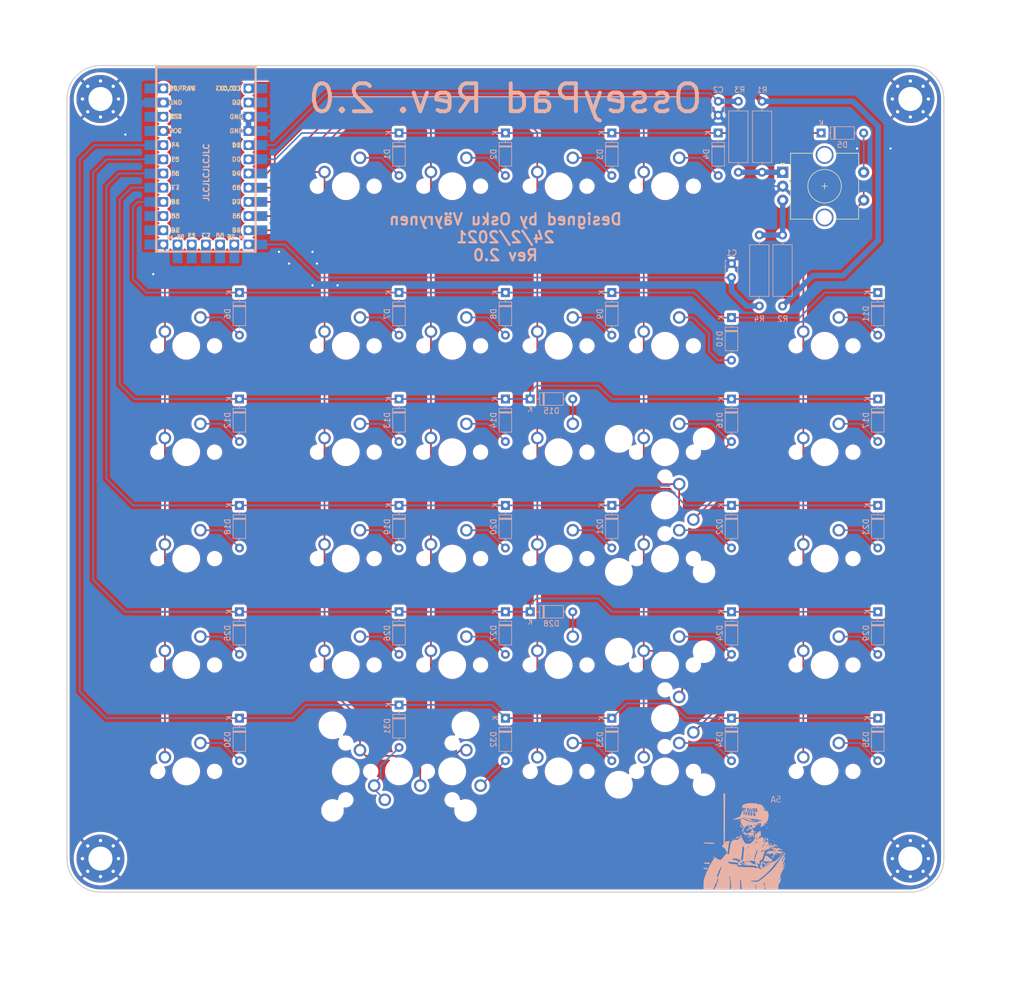
<source format=kicad_pcb>
(kicad_pcb (version 20210126) (generator pcbnew)
  (title_block (date "2021-01-03"))
  (layers (0 "F.Cu" mixed "F.Cu_ GND") (31 "B.Cu" mixed "B.Cu_GND") (34 "B.Paste" user) (35 "F.Paste" user) (36 "B.SilkS" user "B.Silkscreen") (37 "F.SilkS" user "F.Silkscreen") (38 "B.Mask" user) (39 "F.Mask" user) (44 "Edge.Cuts" user))
  (net 0 "")
  (net 1 "GND")
  (net 2 "ENC_1_B")
  (net 3 "ENC_1_A")
  (net 4 "Net-(D1-Pad2)")
  (net 5 "ROW0")
  (net 6 "Net-(D2-Pad2)")
  (net 7 "Net-(D3-Pad2)")
  (net 8 "Net-(D4-Pad2)")
  (net 9 "Net-(D5-Pad2)")
  (net 10 "Net-(D6-Pad2)")
  (net 11 "ROW1")
  (net 12 "Net-(D7-Pad2)")
  (net 13 "Net-(D8-Pad2)")
  (net 14 "Net-(D9-Pad2)")
  (net 15 "Net-(D11-Pad2)")
  (net 16 "Net-(D12-Pad2)")
  (net 17 "ROW2")
  (net 18 "Net-(D13-Pad2)")
  (net 19 "Net-(D14-Pad2)")
  (net 20 "Net-(D15-Pad2)")
  (net 21 "Net-(D17-Pad2)")
  (net 22 "Net-(D18-Pad2)")
  (net 23 "ROW3")
  (net 24 "Net-(D19-Pad2)")
  (net 25 "Net-(D20-Pad2)")
  (net 26 "Net-(D21-Pad2)")
  (net 27 "Net-(D23-Pad2)")
  (net 28 "ROW4")
  (net 29 "Net-(D25-Pad2)")
  (net 30 "Net-(D26-Pad2)")
  (net 31 "Net-(D27-Pad2)")
  (net 32 "Net-(D28-Pad2)")
  (net 33 "Net-(D29-Pad2)")
  (net 34 "Net-(D30-Pad2)")
  (net 35 "ROW5")
  (net 36 "ROW50")
  (net 37 "Net-(D32-Pad2)")
  (net 38 "Net-(D33-Pad2)")
  (net 39 "Net-(D34-Pad2)")
  (net 40 "Net-(D35-Pad2)")
  (net 41 "COL1")
  (net 42 "COL2")
  (net 43 "COL3")
  (net 44 "COL0")
  (net 45 "COL5")
  (net 46 "Net-(R1-Pad2)")
  (net 47 "Net-(R2-Pad2)")
  (net 48 "Net-(D22-Pad2)")
  (net 49 "Net-(D10-Pad2)")
  (net 50 "+5V")
  (net 51 "COL4")
  (net 52 "ROW2+")
  (net 53 "ROW4ENTER")
  (footprint "MountingHole:MountingHole_4.3mm_M4_Pad_Via" (layer "F.Cu") (at 87.045835 79.63935)
    (fp_text reference "H1")
    (fp_text value "MountingHole_Pad")
  )
  (footprint "MountingHole:MountingHole_4.3mm_M4_Pad_Via" (layer "F.Cu") (at 232.045715 79.63935)
    (fp_text reference "H2")
    (fp_text value "MountingHole_Pad")
  )
  (footprint "MountingHole:MountingHole_4.3mm_M4_Pad_Via" (layer "F.Cu") (at 87.045835 215.63795)
    (fp_text reference "H3")
    (fp_text value "MountingHole_Pad")
  )
  (footprint "MountingHole:MountingHole_4.3mm_M4_Pad_Via" (layer "F.Cu") (at 232.045715 215.63795)
    (fp_text reference "H4")
    (fp_text value "MountingHole_Pad")
  )
  (footprint "MX_Only:MXOnly-1U-NoLED_Edit1" (layer "F.Cu") (at 130.96875 95.25)
    (fp_text reference "MX1")
    (fp_text value "MX-NoLED")
  )
  (footprint "MX_Only:MXOnly-1U-NoLED_Edit1" (layer "F.Cu") (at 150.01875 95.25)
    (fp_text reference "MX2")
    (fp_text value "MX-NoLED")
  )
  (footprint "MX_Only:MXOnly-1U-NoLED_Edit1" (layer "F.Cu") (at 169.06875 95.25)
    (fp_text reference "MX3")
    (fp_text value "MX-NoLED")
  )
  (footprint "MX_Only:MXOnly-1U-NoLED_Edit1" (layer "F.Cu") (at 188.11875 95.25)
    (fp_text reference "MX4")
    (fp_text value "MX-NoLED")
  )
  (footprint "MX_Only:MXOnly-1U-NoLED_Edit1" (layer "F.Cu") (at 102.39375 123.825)
    (fp_text reference "MX5")
    (fp_text value "MX-NoLED")
  )
  (footprint "MX_Only:MXOnly-1U-NoLED_Edit1" (layer "F.Cu") (at 130.96875 123.825)
    (fp_text reference "MX6")
    (fp_text value "MX-NoLED")
  )
  (footprint "MX_Only:MXOnly-1U-NoLED_Edit1" (layer "F.Cu") (at 150.01875 123.825)
    (fp_text reference "MX7")
    (fp_text value "MX-NoLED")
  )
  (footprint "MX_Only:MXOnly-1U-NoLED_Edit1" (layer "F.Cu") (at 169.06875 123.825)
    (fp_text reference "MX8")
    (fp_text value "MX-NoLED")
  )
  (footprint "MX_Only:MXOnly-1U-NoLED_Edit1" (layer "F.Cu") (at 188.11875 123.825)
    (fp_text reference "MX9")
    (fp_text value "MX-NoLED")
  )
  (footprint "MX_Only:MXOnly-1U-NoLED_Edit1" (layer "F.Cu") (at 216.69375 123.825)
    (fp_text reference "MX10")
    (fp_text value "MX-NoLED")
  )
  (footprint "MX_Only:MXOnly-1U-NoLED_Edit1" (layer "F.Cu") (at 102.39375 142.875)
    (fp_text reference "MX11")
    (fp_text value "MX-NoLED")
  )
  (footprint "MX_Only:MXOnly-1U-NoLED_Edit1" (layer "F.Cu") (at 130.96875 142.875)
    (fp_text reference "MX12")
    (fp_text value "MX-NoLED")
  )
  (footprint "MX_Only:MXOnly-1U-NoLED_Edit1" (layer "F.Cu") (at 150.01875 142.875)
    (fp_text reference "MX13")
    (fp_text value "MX-NoLED")
  )
  (footprint "MX_Only:MXOnly-1U-NoLED_Edit1" (layer "F.Cu") (at 169.06875 142.875)
    (fp_text reference "MX14")
    (fp_text value "MX-NoLED")
  )
  (footprint "MX_Only:MXOnly-1U-NoLED_Edit1" (layer "F.Cu") (at 188.11875 142.875)
    (fp_text reference "MX15")
    (fp_text value "MX-NoLED")
  )
  (footprint "MX_Only:MXOnly-1U-NoLED_Edit1" (layer "F.Cu") (at 216.69375 142.875)
    (fp_text reference "MX16")
    (fp_text value "MX-NoLED")
  )
  (footprint "MX_Only:MXOnly-1U-NoLED_Edit1" (layer "F.Cu") (at 102.39375 161.925)
    (fp_text reference "MX17")
    (fp_text value "MX-NoLED")
  )
  (footprint "MX_Only:MXOnly-1U-NoLED_Edit1" (layer "F.Cu") (at 130.96875 161.925)
    (fp_text reference "MX18")
    (fp_text value "MX-NoLED")
  )
  (footprint "MX_Only:MXOnly-1U-NoLED_Edit1" (layer "F.Cu") (at 150.01875 161.925)
    (fp_text reference "MX19")
    (fp_text value "MX-NoLED")
  )
  (footprint "MX_Only:MXOnly-1U-NoLED_Edit1" (layer "F.Cu") (at 169.06875 161.925)
    (fp_text reference "MX20")
    (fp_text value "MX-NoLED")
  )
  (footprint "MX_Only:MXOnly-1U-NoLED_Edit1" (layer "F.Cu") (at 188.11875 161.925)
    (fp_text reference "MX21")
    (fp_text value "MX-NoLED")
  )
  (footprint "MX_Only:MXOnly-1U-NoLED_Edit1" (layer "F.Cu") (at 216.69375 161.925)
    (fp_text reference "MX22")
    (fp_text value "MX-NoLED")
  )
  (footprint "MX_Only:MXOnly-1U-NoLED_Edit1" (layer "F.Cu") (at 188.11875 180.975)
    (fp_text reference "MX23")
    (fp_text value "MX-NoLED")
  )
  (footprint "MX_Only:MXOnly-1U-NoLED_Edit1" (layer "F.Cu") (at 102.39375 180.975)
    (fp_text reference "MX24")
    (fp_text value "MX-NoLED")
  )
  (footprint "MX_Only:MXOnly-1U-NoLED_Edit1" (layer "F.Cu") (at 130.96875 180.975)
    (fp_text reference "MX25")
    (fp_text value "MX-NoLED")
  )
  (footprint "MX_Only:MXOnly-1U-NoLED_Edit1" (layer "F.Cu") (at 150.01875 180.975)
    (fp_text reference "MX26")
    (fp_text value "MX-NoLED")
  )
  (footprint "MX_Only:MXOnly-1U-NoLED_Edit1" (layer "F.Cu") (at 169.06875 180.975)
    (fp_text reference "MX27")
    (fp_text value "MX-NoLED")
  )
  (footprint "MX_Only:MXOnly-1U-NoLED_Edit1" (layer "F.Cu") (at 216.69375 180.975)
    (fp_text reference "MX28")
    (fp_text value "MX-NoLED")
  )
  (footprint "MX_Only:MXOnly-1U-NoLED_Edit1" (layer "F.Cu") (at 102.39375 200.025)
    (fp_text reference "MX29")
    (fp_text value "MX-NoLED")
  )
  (footprint "MX_Only:MXOnly-1U-NoLED_Edit1" (layer "F.Cu") (at 130.96875 200.025 -90)
    (fp_text reference "MX30")
    (fp_text value "MX-NoLED")
  )
  (footprint "MX_Only:MXOnly-1U-NoLED_Edit1" (layer "F.Cu") (at 150.01875 200.025 -90)
    (fp_text reference "MX31")
    (fp_text value "MX-NoLED")
  )
  (footprint "MX_Only:MXOnly-1U-NoLED_Edit1" (layer "F.Cu") (at 169.06875 200.025)
    (fp_text reference "MX32")
    (fp_text value "MX-NoLED")
  )
  (footprint "MX_Only:MXOnly-1U-NoLED_Edit1" (layer "F.Cu") (at 188.11875 200.025)
    (fp_text reference "MX33")
    (fp_text value "MX-NoLED")
  )
  (footprint "MX_Only:MXOnly-1U-NoLED_Edit1" (layer "F.Cu") (at 216.69375 200.025)
    (fp_text reference "MX34")
    (fp_text value "MX-NoLED")
  )
  (footprint "MX_Only:MXOnly-2U-NoLED" (layer "F.Cu") (at 188.11875 152.4 -90)
    (fp_text reference "MX35")
    (fp_text value "MX-NoLED")
  )
  (footprint "MX_Only:MXOnly-2U-NoLED" (layer "F.Cu") (at 188.11875 190.5 -90)
    (fp_text reference "MX36")
    (fp_text value "MX-NoLED")
  )
  (footprint "MX_Only:MXOnly-2U-NoLED" (layer "F.Cu") (at 140.49375 200.025 180)
    (fp_text reference "MX37")
    (fp_text value "MX-NoLED")
  )
  (footprint "OsseyPad:RotaryEncoder_Alps_EC11E-Switch_Vertical_H20mm_CircularMountingHoles_Edit1" (layer "F.Cu") (at 216.69375 95.25)
    (fp_text reference "SW1")
    (fp_text value "Rotary_Encoder_Switch")
  )
  (footprint "Capacitor_THT:C_Disc_D3.0mm_W2.0mm_P2.50mm" (layer "B.Cu") (at 200.025 111.6 90)
    (fp_text reference "C1")
    (fp_text value "0.1 uf")
  )
  (footprint "Capacitor_THT:C_Disc_D3.0mm_W2.0mm_P2.50mm" (layer "B.Cu") (at 197.65 80.05 -90)
    (fp_text reference "C2")
    (fp_text value "0.1 uf")
  )
  (footprint "Diode_THT:D_DO-35_SOD27_P7.62mm_Horizontal" (layer "B.Cu") (at 140.49375 85.725 -90)
    (fp_text reference "D1")
    (fp_text value "1N4148W")
  )
  (footprint "Diode_THT:D_DO-35_SOD27_P7.62mm_Horizontal" (layer "B.Cu") (at 159.54375 85.725 -90)
    (fp_text reference "D2")
    (fp_text value "1N4148W")
  )
  (footprint "Diode_THT:D_DO-35_SOD27_P7.62mm_Horizontal" (layer "B.Cu") (at 178.59375 85.725 -90)
    (fp_text reference "D3")
    (fp_text value "1N4148W")
  )
  (footprint "Diode_THT:D_DO-35_SOD27_P7.62mm_Horizontal" (layer "B.Cu") (at 197.64375 85.725 -90)
    (fp_text reference "D4")
    (fp_text value "1N4148W")
  )
  (footprint "Diode_THT:D_DO-35_SOD27_P7.62mm_Horizontal" (layer "B.Cu") (at 216.07 85.725)
    (fp_text reference "D5")
    (fp_text value "1N4148W")
  )
  (footprint "Diode_THT:D_DO-35_SOD27_P7.62mm_Horizontal" (layer "B.Cu") (at 111.91875 114.3 -90)
    (fp_text reference "D6")
    (fp_text value "1N4148W")
  )
  (footprint "Diode_THT:D_DO-35_SOD27_P7.62mm_Horizontal" (layer "B.Cu") (at 140.49375 114.3 -90)
    (fp_text reference "D7")
    (fp_text value "1N4148W")
  )
  (footprint "Diode_THT:D_DO-35_SOD27_P7.62mm_Horizontal" (layer "B.Cu") (at 159.54375 114.3 -90)
    (fp_text reference "D8")
    (fp_text value "1N4148W")
  )
  (footprint "Diode_THT:D_DO-35_SOD27_P7.62mm_Horizontal" (layer "B.Cu") (at 178.59375 114.3 -90)
    (fp_text reference "D9")
    (fp_text value "1N4148W")
  )
  (footprint "Diode_THT:D_DO-35_SOD27_P7.62mm_Horizontal" (layer "B.Cu") (at 200.025 118.78 -90)
    (fp_text reference "D10")
    (fp_text value "1N4148W")
  )
  (footprint "Diode_THT:D_DO-35_SOD27_P7.62mm_Horizontal" (layer "B.Cu") (at 226.21875 114.3 -90)
    (fp_text reference "D11")
    (fp_text value "1N4148W")
  )
  (footprint "Diode_THT:D_DO-35_SOD27_P7.62mm_Horizontal" (layer "B.Cu") (at 111.91875 133.35 -90)
    (fp_text reference "D12")
    (fp_text value "1N4148W")
  )
  (footprint "Diode_THT:D_DO-35_SOD27_P7.62mm_Horizontal" (layer "B.Cu") (at 140.49375 133.35 -90)
    (fp_text reference "D13")
    (fp_text value "1N4148W")
  )
  (footprint "Diode_THT:D_DO-35_SOD27_P7.62mm_Horizontal" (layer "B.Cu") (at 159.54375 133.35 -90)
    (fp_text reference "D14")
    (fp_text value "1N4148W")
  )
  (footprint "Diode_THT:D_DO-35_SOD27_P7.62mm_Horizontal" (layer "B.Cu") (at 163.98 133.35)
    (fp_text reference "D15")
    (fp_text value "1N4148W")
  )
  (footprint "Diode_THT:D_DO-35_SOD27_P7.62mm_Horizontal" (layer "B.Cu") (at 200.025 133.35 -90)
    (fp_text reference "D16")
    (fp_text value "1N4148W")
  )
  (footprint "Diode_THT:D_DO-35_SOD27_P7.62mm_Horizontal" (layer "B.Cu") (at 226.21875 133.35 -90)
    (fp_text reference "D17")
    (fp_text value "1N4148W")
  )
  (footprint "Diode_THT:D_DO-35_SOD27_P7.62mm_Horizontal" (layer "B.Cu") (at 111.91875 152.4 -90)
    (fp_text reference "D18")
    (fp_text value "1N4148W")
  )
  (footprint "Diode_THT:D_DO-35_SOD27_P7.62mm_Horizontal" (layer "B.Cu") (at 140.49375 152.4 -90)
    (fp_text reference "D19")
    (fp_text value "1N4148W")
  )
  (footprint "Diode_THT:D_DO-35_SOD27_P7.62mm_Horizontal" (layer "B.Cu") (at 159.54375 152.4 -90)
    (fp_text reference "D20")
    (fp_text value "1N4148W")
  )
  (footprint "Diode_THT:D_DO-35_SOD27_P7.62mm_Horizontal" (layer "B.Cu") (at 178.59375 152.4 -90)
    (fp_text reference "D21")
    (fp_text value "1N4148W")
  )
  (footprint "Diode_THT:D_DO-35_SOD27_P7.62mm_Horizontal" (layer "B.Cu") (at 200.025 152.4 -90)
    (fp_text reference "D22")
    (fp_text value "1N4148W")
  )
  (footprint "Diode_THT:D_DO-35_SOD27_P7.62mm_Horizontal" (layer "B.Cu") (at 226.21875 152.4 -90)
    (fp_text reference "D23")
    (fp_text value "1N4148W")
  )
  (footprint "Diode_THT:D_DO-35_SOD27_P7.62mm_Horizontal" (layer "B.Cu") (at 200.025 171.45 -90)
    (fp_text reference "D24")
    (fp_text value "1N4148W")
  )
  (footprint "Diode_THT:D_DO-35_SOD27_P7.62mm_Horizontal" (layer "B.Cu") (at 111.91875 171.45 -90)
    (fp_text reference "D25")
    (fp_text value "1N4148W")
  )
  (footprint "Diode_THT:D_DO-35_SOD27_P7.62mm_Horizontal" (layer "B.Cu") (at 140.49375 171.45 -90)
    (fp_text reference "D26")
    (fp_text value "1N4148W")
  )
  (footprint "Diode_THT:D_DO-35_SOD27_P7.62mm_Horizontal" (layer "B.Cu") (at 159.54375 171.45 -90)
    (fp_text reference "D27")
    (fp_text value "1N4148W")
  )
  (footprint "Diode_THT:D_DO-35_SOD27_P7.62mm_Horizontal" (layer "B.Cu") (at 226.21875 171.45 -90)
    (fp_text reference "D29")
    (fp_text value "1N4148W")
  )
  (footprint "Diode_THT:D_DO-35_SOD27_P7.62mm_Horizontal" (layer "B.Cu") (at 111.91875 190.5 -90)
    (fp_text reference "D30")
    (fp_text value "1N4148W")
  )
  (footprint "Diode_THT:D_DO-35_SOD27_P7.62mm_Horizontal" (layer "B.Cu") (at 140.5 188.125 -90)
    (fp_text reference "D31")
    (fp_text value "1N4148W")
  )
  (footprint "Diode_THT:D_DO-35_SOD27_P7.62mm_Horizontal" (layer "B.Cu") (at 159.54375 190.5 -90)
    (fp_text reference "D32")
    (fp_text value "1N4148W")
  )
  (footprint "Diode_THT:D_DO-35_SOD27_P7.62mm_Horizontal" (layer "B.Cu") (at 178.59375 190.5 -90)
    (fp_text reference "D33")
    (fp_text value "1N4148W")
  )
  (footprint "Diode_THT:D_DO-35_SOD27_P7.62mm_Horizontal" (layer "B.Cu") (at 200.025 190.5 -90)
    (fp_text reference "D34")
    (fp_text value "1N4148W")
  )
  (footprint "Diode_THT:D_DO-35_SOD27_P7.62mm_Horizontal" (layer "B.Cu") (at 226.21875 190.5 -90)
    (fp_text reference "D35")
    (fp_text value "1N4148W")
  )
  (footprint "Resistor_THT:R_Axial_DIN0309_L9.0mm_D3.2mm_P12.70mm_Horizontal" (layer "B.Cu") (at 205.5 80.05 -90)
    (fp_text reference "R1")
    (fp_text value "10K")
  )
  (footprint "Resistor_THT:R_Axial_DIN0309_L9.0mm_D3.2mm_P12.70mm_Horizontal" (layer "B.Cu") (at 209.17 116.7 90)
    (fp_text reference "R2")
    (fp_text value "10K")
  )
  (footprint "Resistor_THT:R_Axial_DIN0309_L9.0mm_D3.2mm_P12.70mm_Horizontal" (layer "B.Cu") (at 201.25 92.75 90)
    (fp_text reference "R3")
    (fp_text value "10K")
  )
  (footprint "Resistor_THT:R_Axial_DIN0309_L9.0mm_D3.2mm_P12.70mm_Horizontal" (layer "B.Cu") (at 205 104 -90)
    (fp_text reference "R4")
    (fp_text value "10K")
  )
  (footprint "Diode_THT:D_DO-35_SOD27_P7.62mm_Horizontal" (layer "B.Cu") (at 163.98 171.45)
    (fp_text reference "D28")
    (fp_text value "1N4148W")
  )
  (footprint "OsseyPad:HelloToHorse" (layer "B.Cu") (at 202.5 212.55 180)
    (fp_text reference "G***" hide)
    (fp_text value "LOGO" hide)
  )
  (footprint "OsseyPad:Elite-C-castellated-29pin-holes_Edit1" (layer "B.Cu") (at 105.923 91.7095 180)
    (fp_text reference "U1" hide)
    (fp_text value "Elite-C" hide)
  )
  (gr_line (start 232.045749 221.638912) (end 87.0458 221.638912) (layer "Edge.Cuts") (width 0.2))
  (gr_line (start 237.15975 76.50435) (end 237.39075 76.91635) (layer "Edge.Cuts") (width 0.2))
  (gr_line (start 238.02675 216.10885) (end 237.97175 216.575999) (layer "Edge.Cuts") (width 0.2))
  (gr_line (start 235.570749 220.49238) (end 235.17975 220.75284) (layer "Edge.Cuts") (width 0.2))
  (gr_line (start 84.32281 220.98435) (end 83.91078 220.75284) (layer "Edge.Cuts") (width 0.2))
  (gr_line (start 237.87875 78.23935) (end 237.97175 78.70035) (layer "Edge.Cuts") (width 0.2))
  (gr_line (start 87.0458 73.63935) (end 232.045749 73.63935) (layer "Edge.Cuts") (width 0.2))
  (gr_line (start 81.699023 76.91635) (end 81.930534 76.50435) (layer "Edge.Cuts") (width 0.2))
  (gr_line (start 233.89975 73.93235) (end 234.34175 74.09535) (layer "Edge.Cuts") (width 0.2))
  (gr_line (start 232.51575 73.65635) (end 232.98275 73.71235) (layer "Edge.Cuts") (width 0.2))
  (gr_line (start 237.15975 218.77259) (end 236.89975 219.16396) (layer "Edge.Cuts") (width 0.2))
  (gr_line (start 235.17975 220.75284) (end 234.76875 220.98435) (layer "Edge.Cuts") (width 0.2))
  (gr_line (start 82.80283 219.88054) (end 82.48313 219.53465) (layer "Edge.Cuts") (width 0.2))
  (gr_line (start 81.339356 77.78435) (end 81.501965 77.34235) (layer "Edge.Cuts") (width 0.2))
  (gr_line (start 235.570749 74.78435) (end 235.94175 75.07635) (layer "Edge.Cuts") (width 0.2))
  (gr_line (start 232.045749 73.63935) (end 232.51575 73.65635) (layer "Edge.Cuts") (width 0.2))
  (gr_line (start 83.91078 74.52335) (end 84.32281 74.29235) (layer "Edge.Cuts") (width 0.2))
  (gr_line (start 233.445749 221.472172) (end 232.98275 221.564501) (layer "Edge.Cuts") (width 0.2))
  (gr_line (start 236.60675 219.53465) (end 236.28775 219.88054) (layer "Edge.Cuts") (width 0.2))
  (gr_line (start 82.19099 76.11235) (end 82.48313 75.74135) (layer "Edge.Cuts") (width 0.2))
  (gr_line (start 82.19099 219.16396) (end 81.930534 218.77259) (layer "Edge.Cuts") (width 0.2))
  (gr_line (start 85.19096 73.93235) (end 85.64573 73.80435) (layer "Edge.Cuts") (width 0.2))
  (gr_line (start 82.48313 75.74135) (end 82.80283 75.39635) (layer "Edge.Cuts") (width 0.2))
  (gr_line (start 234.34175 74.09535) (end 234.76875 74.29235) (layer "Edge.Cuts") (width 0.2))
  (gr_line (start 237.87875 217.03902) (end 237.75075 217.49241) (layer "Edge.Cuts") (width 0.2))
  (gr_line (start 81.501965 77.34235) (end 81.699023 76.91635) (layer "Edge.Cuts") (width 0.2))
  (gr_line (start 237.75075 217.49241) (end 237.58875 217.93476) (layer "Edge.Cuts") (width 0.2))
  (gr_line (start 232.98275 73.71235) (end 233.445749 73.80435) (layer "Edge.Cuts") (width 0.2))
  (gr_line (start 87.0458 221.638912) (end 86.5759 221.619623) (layer "Edge.Cuts") (width 0.2))
  (gr_line (start 236.28775 75.39635) (end 236.60675 75.74135) (layer "Edge.Cuts") (width 0.2))
  (gr_line (start 81.211199 78.23935) (end 81.339356 77.78435) (layer "Edge.Cuts") (width 0.2))
  (gr_line (start 236.89975 219.16396) (end 236.60675 219.53465) (layer "Edge.Cuts") (width 0.2))
  (gr_line (start 84.32281 74.29235) (end 84.74861 74.09535) (layer "Edge.Cuts") (width 0.2))
  (gr_line (start 81.930534 218.77259) (end 81.699023 218.36194) (layer "Edge.Cuts") (width 0.2))
  (gr_line (start 236.60675 75.74135) (end 236.89975 76.11235) (layer "Edge.Cuts") (width 0.2))
  (gr_line (start 85.64573 221.472172) (end 85.19096 221.344015) (layer "Edge.Cuts") (width 0.2))
  (gr_line (start 85.19096 221.344015) (end 84.74861 221.181406) (layer "Edge.Cuts") (width 0.2))
  (gr_line (start 237.39075 76.91635) (end 237.58875 77.34235) (layer "Edge.Cuts") (width 0.2))
  (gr_line (start 81.118871 216.575999) (end 81.063749 216.10885) (layer "Edge.Cuts") (width 0.2))
  (gr_line (start 236.28775 219.88054) (end 235.94175 220.20024) (layer "Edge.Cuts") (width 0.2))
  (gr_line (start 82.80283 75.39635) (end 83.14872 75.07635) (layer "Edge.Cuts") (width 0.2))
  (gr_line (start 232.51575 221.619623) (end 232.045749 221.638912) (layer "Edge.Cuts") (width 0.2))
  (gr_line (start 81.045835 215.63895) (end 81.045835 79.63835) (layer "Edge.Cuts") (width 0.2))
  (gr_line (start 83.14872 220.20024) (end 82.80283 219.88054) (layer "Edge.Cuts") (width 0.2))
  (gr_line (start 86.5759 73.65635) (end 87.0458 73.63935) (layer "Edge.Cuts") (width 0.2))
  (gr_line (start 237.58875 77.34235) (end 237.75075 77.78435) (layer "Edge.Cuts") (width 0.2))
  (gr_line (start 85.64573 73.80435) (end 86.10737 73.71235) (layer "Edge.Cuts") (width 0.2))
  (gr_line (start 81.045835 79.63835) (end 81.063749 79.16935) (layer "Edge.Cuts") (width 0.2))
  (gr_line (start 81.699023 218.36194) (end 81.501965 217.93476) (layer "Edge.Cuts") (width 0.2))
  (gr_line (start 81.930534 76.50435) (end 82.19099 76.11235) (layer "Edge.Cuts") (width 0.2))
  (gr_line (start 82.48313 219.53465) (end 82.19099 219.16396) (layer "Edge.Cuts") (width 0.2))
  (gr_line (start 235.94175 75.07635) (end 236.28775 75.39635) (layer "Edge.Cuts") (width 0.2))
  (gr_line (start 86.5759 221.619623) (end 86.10737 221.564501) (layer "Edge.Cuts") (width 0.2))
  (gr_line (start 236.89975 76.11235) (end 237.15975 76.50435) (layer "Edge.Cuts") (width 0.2))
  (gr_line (start 81.063749 79.16935) (end 81.118871 78.70035) (layer "Edge.Cuts") (width 0.2))
  (gr_line (start 234.34175 221.181406) (end 233.89975 221.344015) (layer "Edge.Cuts") (width 0.2))
  (gr_line (start 81.118871 78.70035) (end 81.211199 78.23935) (layer "Edge.Cuts") (width 0.2))
  (gr_line (start 238.02675 79.16935) (end 238.04575 79.63835) (layer "Edge.Cuts") (width 0.2))
  (gr_line (start 235.17975 74.52335) (end 235.570749 74.78435) (layer "Edge.Cuts") (width 0.2))
  (gr_line (start 81.063749 216.10885) (end 81.045835 215.63895) (layer "Edge.Cuts") (width 0.2))
  (gr_line (start 234.76875 74.29235) (end 235.17975 74.52335) (layer "Edge.Cuts") (width 0.2))
  (gr_line (start 83.91078 220.75284) (end 83.51941 220.49238) (layer "Edge.Cuts") (width 0.2))
  (gr_line (start 237.75075 77.78435) (end 237.87875 78.23935) (layer "Edge.Cuts") (width 0.2))
  (gr_line (start 233.89975 221.344015) (end 233.445749 221.472172) (layer "Edge.Cuts") (width 0.2))
  (gr_line (start 84.74861 221.181406) (end 84.32281 220.98435) (layer "Edge.Cuts") (width 0.2))
  (gr_line (start 238.04575 79.63835) (end 238.04575 215.63895) (layer "Edge.Cuts") (width 0.2))
  (gr_line (start 83.51941 220.49238) (end 83.14872 220.20024) (layer "Edge.Cuts") (width 0.2))
  (gr_line (start 237.39075 218.36194) (end 237.15975 218.77259) (layer "Edge.Cuts") (width 0.2))
  (gr_line (start 83.14872 75.07635) (end 83.51941 74.78435) (layer "Edge.Cuts") (width 0.2))
  (gr_line (start 84.74861 74.09535) (end 85.19096 73.93235) (layer "Edge.Cuts") (width 0.2))
  (gr_line (start 237.58875 217.93476) (end 237.39075 218.36194) (layer "Edge.Cuts") (width 0.2))
  (gr_line (start 81.501965 217.93476) (end 81.339356 217.49241) (layer "Edge.Cuts") (width 0.2))
  (gr_line (start 235.94175 220.20024) (end 235.570749 220.49238) (layer "Edge.Cuts") (width 0.2))
  (gr_line (start 237.97175 216.575999) (end 237.87875 217.03902) (layer "Edge.Cuts") (width 0.2))
  (gr_line (start 83.51941 74.78435) (end 83.91078 74.52335) (layer "Edge.Cuts") (width 0.2))
  (gr_line (start 233.445749 73.80435) (end 233.89975 73.93235) (layer "Edge.Cuts") (width 0.2))
  (gr_line (start 234.76875 220.98435) (end 234.34175 221.181406) (layer "Edge.Cuts") (width 0.2))
  (gr_line (start 81.339356 217.49241) (end 81.211199 217.03902) (layer "Edge.Cuts") (width 0.2))
  (gr_line (start 237.97175 78.70035) (end 238.02675 79.16935) (layer "Edge.Cuts") (width 0.2))
  (gr_line (start 86.10737 221.564501) (end 85.64573 221.472172) (layer "Edge.Cuts") (width 0.2))
  (gr_line (start 86.10737 73.71235) (end 86.5759 73.65635) (layer "Edge.Cuts") (width 0.2))
  (gr_line (start 81.211199 217.03902) (end 81.118871 216.575999) (layer "Edge.Cuts") (width 0.2))
  (gr_line (start 238.04575 215.63895) (end 238.02675 216.10885) (layer "Edge.Cuts") (width 0.2))
  (gr_line (start 232.98275 221.564501) (end 232.51575 221.619623) (layer "Edge.Cuts") (width 0.2))
  (gr_text "JLCJLCJLCJLC" (at 106 92.8 90) (layer "B.SilkS") (effects (font (size 1 1) (thickness 0.25))))
  (gr_text "Designed by Osku Väyrynen\n24/2/2021\nRev 2.0\n" (at 159.55 104.4) (layer "B.SilkS") (effects (font (size 2 2) (thickness 0.4)) (justify mirror)))
  (gr_text "OsseyPad Rev. 2.0" (at 159.55 79.55) (layer "B.SilkS") (effects (font (size 5 5) (thickness 0.7)) (justify mirror)))
  (segment (start 91.5 107.5) (end 95 111) (width 1) (layer "F.Cu") (net 1))
  (segment (start 125.8 109.1) (end 120.8 109.1) (width 1) (layer "F.Cu") (net 1))
  (segment (start 95 111) (end 96.5 111) (width 1) (layer "F.Cu") (net 1))
  (segment (start 91.5 86) (end 91.5 107.5) (width 1) (layer "F.Cu") (net 1))
  (segment (start 222.5 88.5) (end 228.5 88.5) (width 1) (layer "F.Cu") (net 1))
  (via (at 119 107) (size 0.8) (drill 0.4) (layers "F.Cu" "B.Cu") (net 1))
  (via (at 222.5 88.5) (size 0.8) (drill 0.4) (layers "F.Cu" "B.Cu") (net 1))
  (via (at 129.5 113) (size 0.8) (drill 0.4) (layers "F.Cu" "B.Cu") (net 1))
  (via (at 125 107) (size 0.8) (drill 0.4) (layers "F.Cu" "B.Cu") (net 1))
  (via (at 120.8 109.1) (size 0.8) (drill 0.4) (layers "F.Cu" "B.Cu") (net 1))
  (via (at 125 113) (size 0.8) (drill 0.4) (layers "F.Cu" "B.Cu") (net 1))
  (via (at 228.5 88.5) (size 0.8) (drill 0.4) (layers "F.Cu" "B.Cu") (net 1))
  (via (at 125.8 109.1) (size 0.8) (drill 0.4) (layers "F.Cu" "B.Cu") (net 1))
  (via (at 91.5 86) (size 0.8) (drill 0.4) (layers "F.Cu" "B.Cu") (net 1))
  (via (at 96.5 111) (size 0.8) (drill 0.4) (layers "F.Cu" "B.Cu") (net 1))
  (segment (start 120.8 109.1) (end 118.9 111) (width 1) (layer "B.Cu") (net 1))
  (segment (start 200.025 109.1) (end 128.67 109.1) (width 1) (layer "B.Cu") (net 1))
  (segment (start 197.25 82.55) (end 198.05 82.55) (width 0.3) (layer "B.Cu") (net 1))
  (segment (start 118.9 111) (end 118 111) (width 1) (layer "B.Cu") (net 1))
  (segment (start 113.543 85.3595) (end 113.543 82.8195) (width 1) (layer "B.Cu") (net 1))
  (segment (start 102.3295 80.2795) (end 98.303 80.2795) (width 1) (layer "B.Cu") (net 1))
  (segment (start 199.5 84) (end 199.5 95.15) (width 0.3) (layer "B.Cu") (net 1))
  (segment (start 209.19375 95.25) (end 199.6 95.25) (width 0.3) (layer "B.Cu") (net 1))
  (segment (start 128.67 109.1) (end 125.8 109.1) (width 1) (layer "B.Cu") (net 1))
  (segment (start 198.05 82.55) (end 197.65 82.55) (width 0.3) (layer "B.Cu") (net 1))
  (segment (start 94.6205 80.2795) (end 97.053 80.2795) (width 1) (layer "B.Cu") (net 1))
  (segment (start 199.5 84) (end 198.05 82.55) (width 0.3) (layer "B.Cu") (net 1))
  (segment (start 91.5 83.4) (end 94.6205 80.2795) (width 1) (layer "B.Cu") (net 1))
  (segment (start 118.9 111) (end 96.5 111) (width 1) (layer "B.Cu") (net 1))
  (segment (start 199.5 95.15) (end 199.5 103) (width 0.3) (layer "B.Cu") (net 1))
  (segment (start 199.6 95.25) (end 199.5 95.15) (width 0.3) (layer "B.Cu") (net 1))
  (segment (start 113.543 82.8195) (end 104.8695 82.8195) (width 1) (layer "B.Cu") (net 1))
  (segment (start 91.5 86) (end 91.5 83.4) (width 1) (layer "B.Cu") (net 1))
  (segment (start 104.8695 82.8195) (end 102.3295 80.2795) (width 1) (layer "B.Cu") (net 1))
  (segment (start 205 116.7) (end 202.74 116.7) (width 1) (layer "B.Cu") (net 2))
  (segment (start 202.74 116.7) (end 200.025 113.985) (width 1) (layer "B.Cu") (net 2))
  (segment (start 200.025 113.985) (end 200.025 111.6) (width 1) (layer "B.Cu") (net 2))
  (segment (start 120.0795 105.6795) (end 125.45 111.05) (width 0.3) (layer "B.Cu") (net 2))
  (segment (start 200.025 111.6) (end 126 111.6) (width 0.3) (layer "B.Cu") (net 2))
  (segment (start 126 111.6) (end 125.45 111.05) (width 0.3) (layer "B.Cu") (net 2))
  (segment (start 114.793 105.6795) (end 120.0795 105.6795) (width 0.3) (layer "B.Cu") (net 2))
  (segment (start 118.2005 87.8995) (end 114.793 87.8995) (width 0.3) (layer "B.Cu") (net 3))
  (segment (start 196.23 78.63) (end 195.83 78.63) (width 0.3) (layer "B.Cu") (net 3))
  (segment (start 196.23 78.63) (end 127.47 78.63) (width 0.3) (layer "B.Cu") (net 3))
  (segment (start 201.25 80.05) (end 197.65 80.05) (width 1) (layer "B.Cu") (net 3))
  (segment (start 197.65 80.05) (end 196.23 78.63) (width 0.3) (layer "B.Cu") (net 3))
  (segment (start 127.47 78.63) (end 118.2005 87.8995) (width 0.3) (layer "B.Cu") (net 3))
  (segment (start 137.31875 90.17) (end 140.49375 93.345) (width 0.3) (layer "B.Cu") (net 4))
  (segment (start 133.50875 90.17) (end 137.31875 90.17) (width 0.3) (layer "B.Cu") (net 4))
  (segment (start 216.07 85.725) (end 197.64375 85.725) (width 0.3) (layer "F.Cu") (net 5))
  (segment (start 118.3605 90.4395) (end 123.075 85.725) (width 0.3) (layer "B.Cu") (net 5))
  (segment (start 140.49375 85.725) (end 159.54375 85.725) (width 0.3) (layer "B.Cu") (net 5))
  (segment (start 159.54375 85.725) (end 178.59375 85.725) (width 0.3) (layer "B.Cu") (net 5))
  (segment (start 123.075 85.725) (end 140.49375 85.725) (width 0.3) (layer "B.Cu") (net 5))
  (segment (start 178.59375 85.725) (end 197.64375 85.725) (width 0.3) (layer "B.Cu") (net 5))
  (segment (start 114.793 90.4395) (end 118.3605 90.4395) (width 0.3) (layer "B.Cu") (net 5))
  (segment (start 152.55875 90.17) (end 156.36875 90.17) (width 0.3) (layer "B.Cu") (net 6))
  (segment (start 156.36875 90.17) (end 159.54375 93.345) (width 0.3) (layer "B.Cu") (net 6))
  (segment (start 175.41875 90.17) (end 178.59375 93.345) (width 0.3) (layer "B.Cu") (net 7))
  (segment (start 171.60875 90.17) (end 175.41875 90.17) (width 0.3) (layer "B.Cu") (net 7))
  (segment (start 190.65875 90.17) (end 194.46875 90.17) (width 0.3) (layer "B.Cu") (net 8))
  (segment (start 194.46875 90.17) (end 197.64375 93.345) (width 0.3) (layer "B.Cu") (net 8))
  (segment (start 223.69375 85.72875) (end 223.69 85.725) (width 0.3) (layer "B.Cu") (net 9))
  (segment (start 223.69375 92.75) (end 223.69375 85.72875) (width 0.3) (layer "B.Cu") (net 9))
  (segment (start 104.93375 118.745) (end 108.74375 118.745) (width 0.3) (layer "B.Cu") (net 10))
  (segment (start 108.74375 118.745) (end 111.91875 121.92) (width 0.3) (layer "B.Cu") (net 10))
  (segment (start 111.91875 114.3) (end 140.49375 114.3) (width 0.3) (layer "B.Cu") (net 11))
  (segment (start 216.7 114.3) (end 226.21875 114.3) (width 0.3) (layer "B.Cu") (net 11))
  (segment (start 140.49375 114.3) (end 159.54375 114.3) (width 0.3) (layer "B.Cu") (net 11))
  (segment (start 178.59375 114.3) (end 192.5 114.3) (width 0.3) (layer "B.Cu") (net 11))
  (segment (start 197.78 118.78) (end 193.3 114.3) (width 0.3) (layer "B.Cu") (net 11))
  (segment (start 93.7405 98.0595) (end 97.053 98.0595) (width 0.3) (layer "B.Cu") (net 11))
  (segment (start 159.54375 114.3) (end 178.59375 114.3) (width 0.3) (layer "B.Cu") (net 11))
  (segment (start 200.025 118.78) (end 197.78 118.78) (width 0.3) (layer "B.Cu") (net 11))
  (segment (start 111.91875 114.3) (end 95.25 114.3) (width 0.3) (layer "B.Cu") (net 11))
  (segment (start 212.22 118.78) (end 216.7 114.3) (width 0.3) (layer "B.Cu") (net 11))
  (segment (start 92.86875 98.93125) (end 93.7405 98.0595) (width 0.3) (layer "B.Cu") (net 11))
  (segment (start 200.025 118.78) (end 212.22 118.78) (width 0.3) (layer "B.Cu") (net 11))
  (segment (start 92.86875 111.91875) (end 92.86875 98.93125) (width 0.3) (layer "B.Cu") (net 11))
  (segment (start 193.3 114.3) (end 192.5 114.3) (width 0.3) (layer "B.Cu") (net 11))
  (segment (start 96.652 97.802) (end 95.07925 97.802) (width 0.3) (layer "B.Cu") (net 11))
  (segment (start 95.25 114.3) (end 92.86875 111.91875) (width 0.3) (layer "B.Cu") (net 11))
  (segment (start 133.50875 118.745) (end 137.31875 118.745) (width 0.3) (layer "B.Cu") (net 12))
  (segment (start 137.31875 118.745) (end 140.49375 121.92) (width 0.3) (layer "B.Cu") (net 12))
  (segment (start 156.36875 118.745) (end 159.54375 121.92) (width 0.3) (layer "B.Cu") (net 13))
  (segment (start 152.55875 118.745) (end 156.36875 118.745) (width 0.3) (layer "B.Cu") (net 13))
  (segment (start 171.60875 118.745) (end 175.41875 118.745) (width 0.3) (layer "B.Cu") (net 14))
  (segment (start 175.41875 118.745) (end 178.59375 121.92) (width 0.3) (layer "B.Cu") (net 14))
  (segment (start 223.04375 118.745) (end 226.21875 121.92) (width 0.3) (layer "B.Cu") (net 15))
  (segment (start 219.23375 118.745) (end 223.04375 118.745) (width 0.3) (layer "B.Cu") (net 15))
  (segment (start 104.93375 137.795) (end 108.74375 137.795) (width 0.3) (layer "B.Cu") (net 16))
  (segment (start 108.74375 137.795) (end 111.91875 140.97) (width 0.3) (layer "B.Cu") (net 16))
  (segment (start 165.11125 130.96875) (end 165.25125 130.96875) (width 0.3) (layer "B.Cu") (net 17))
  (segment (start 163.98 132.1) (end 165.11125 130.96875) (width 0.3) (layer "B.Cu") (net 17))
  (segment (start 163.98 133.35) (end 159.54375 133.35) (width 0.3) (layer "B.Cu") (net 17))
  (segment (start 97.053 95.5195) (end 92.59925 95.5195) (width 0.3) (layer "B.Cu") (net 17))
  (segment (start 92.59925 95.5195) (end 90.4875 97.63125) (width 0.3) (layer "B.Cu") (net 17))
  (segment (start 90.4875 130.7175) (end 93.12 133.35) (width 0.3) (layer "B.Cu") (net 17))
  (segment (start 90.4875 97.63125) (end 90.4875 130.7175) (width 0.3) (layer "B.Cu") (net 17))
  (segment (start 93.12 133.35) (end 111.91875 133.35) (width 0.3) (layer "B.Cu") (net 17))
  (segment (start 178.59375 133.35) (end 200.025 133.35) (width 0.3) (layer "B.Cu") (net 17))
  (segment (start 140.49375 133.35) (end 159.54375 133.35) (width 0.3) (layer "B.Cu") (net 17))
  (segment (start 165.25125 130.96875) (end 176.2125 130.96875) (width 0.3) (layer "B.Cu") (net 17))
  (segment (start 163.98 133.35) (end 163.98 132.1) (width 0.3) (layer "B.Cu") (net 17))
  (segment (start 200.025 133.35) (end 226.21875 133.35) (width 0.3) (layer "B.Cu") (net 17))
  (segment (start 176.2125 130.96875) (end 178.59375 133.35) (width 0.3) (layer "B.Cu") (net 17))
  (segment (start 111.91875 133.35) (end 140.49375 133.35) (width 0.3) (layer "B.Cu") (net 17))
  (segment (start 133.50875 137.795) (end 137.31875 137.795) (width 0.3) (layer "B.Cu") (net 18))
  (segment (start 137.31875 137.795) (end 140.49375 140.97) (width 0.3) (layer "B.Cu") (net 18))
  (segment (start 152.55875 137.795) (end 156.36875 137.795) (width 0.3) (layer "B.Cu") (net 19))
  (segment (start 156.36875 137.795) (end 159.54375 140.97) (width 0.3) (layer "B.Cu") (net 19))
  (segment (start 171.60875 133.985) (end 170.97375 133.35) (width 0.3) (layer "B.Cu") (net 20))
  (segment (start 171.60875 137.795) (end 171.60875 133.35875) (width 0.3) (layer "B.Cu") (net 20))
  (segment (start 171.60875 133.50875) (end 171.45 133.35) (width 0.3) (layer "B.Cu") (net 20))
  (segment (start 171.60875 133.35875) (end 171.6 133.35) (width 0.3) (layer "B.Cu") (net 20))
  (segment (start 219.23375 137.795) (end 223.04375 137.795) (width 0.3) (layer "B.Cu") (net 21))
  (segment (start 223.04375 137.795) (end 226.21875 140.97) (width 0.3) (layer "B.Cu") (net 21))
  (segment (start 104.93375 156.845) (end 108.74375 156.845) (width 0.3) (layer "B.Cu") (net 22))
  (segment (start 108.74375 156.845) (end 111.91875 160.02) (width 0.3) (layer "B.Cu") (net 22))
  (segment (start 92.86875 152.4) (end 111.91875 152.4) (width 0.3) (layer "B.Cu") (net 23))
  (segment (start 97.053 92.9795) (end 90.37675 92.9795) (width 0.3) (layer "B.Cu") (net 23))
  (segment (start 191.825 152.4) (end 200.025 152.4) (width 0.3) (layer "B.Cu") (net 23))
  (segment (start 90.37675 92.9795) (end 88.10625 95.25) (width 0.3) (layer "B.Cu") (net 23))
  (segment (start 183.1 149.725) (end 189.15 149.725) (width 0.3) (layer "B.Cu") (net 23))
  (segment (start 88.10625 95.25) (end 88.10625 147.6375) (width 0.3) (layer "B.Cu") (net 23))
  (segment (start 178.59375 152.4) (end 180.425 152.4) (width 0.3) (layer "B.Cu") (net 23))
  (segment (start 189.15 149.725) (end 191.825 152.4) (width 0.3) (layer "B.Cu") (net 23))
  (segment (start 88.10625 147.6375) (end 92.86875 152.4) (width 0.3) (layer "B.Cu") (net 23))
  (segment (start 111.91875 152.4) (end 140.49375 152.4) (width 0.3) (layer "B.Cu") (net 23))
  (segment (start 178.59375 152.4) (end 159.54375 152.4) (width 0.3) (layer "B.Cu") (net 23))
  (segment (start 140.49375 152.4) (end 159.54375 152.4) (width 0.3) (layer "B.Cu") (net 23))
  (segment (start 180.425 152.4) (end 183.1 149.725) (width 0.3) (layer "B.Cu") (net 23))
  (segment (start 226.21875 152.4) (end 200.025 152.4) (width 0.3) (layer "B.Cu") (net 23))
  (segment (start 137.31875 156.845) (end 140.49375 160.02) (width 0.3) (layer "B.Cu") (net 24))
  (segment (start 133.50875 156.845) (end 137.31875 156.845) (width 0.3) (layer "B.Cu") (net 24))
  (segment (start 156.36875 156.845) (end 159.54375 160.02) (width 0.3) (layer "B.Cu") (net 25))
  (segment (start 152.55875 156.845) (end 156.36875 156.845) (width 0.3) (layer "B.Cu") (net 25))
  (segment (start 175.41875 156.845) (end 178.59375 160.02) (width 0.3) (layer "B.Cu") (net 26))
  (segment (start 171.60875 156.845) (end 175.41875 156.845) (width 0.3) (layer "B.Cu") (net 26))
  (segment (start 219.23375 156.845) (end 223.04375 156.845) (width 0.3) (layer "B.Cu") (net 27))
  (segment (start 223.04375 156.845) (end 226.21875 160.02) (width 0.3) (layer "B.Cu") (net 27))
  (segment (start 163.98 171.45) (end 163.98 170.2) (width 0.3) (layer "B.Cu") (net 28))
  (segment (start 140.49375 171.45) (end 111.91875 171.45) (width 0.3) (layer "B.Cu") (net 28))
  (segment (start 85.725 165.725) (end 91.45 171.45) (width 0.3) (layer "B.Cu") (net 28))
  (segment (start 85.725 92.86875) (end 85.725 165.725) (width 0.3) (layer "B.Cu") (net 28))
  (segment (start 226.21875 171.45) (end 200.025 171.45) (width 0.3) (layer "B.Cu") (net 28))
  (segment (start 159.54375 171.45) (end 140.49375 171.45) (width 0.3) (layer "B.Cu") (net 28))
  (segment (start 176.2125 169.06875) (end 165.21875 169.06875) (width 0.3) (layer "B.Cu") (net 28))
  (segment (start 200.025 171.45) (end 178.59375 171.45) (width 0.3) (layer "B.Cu") (net 28))
  (segment (start 163.98 171.45) (end 159.54375 171.45) (width 0.3) (layer "B.Cu") (net 28))
  (segment (start 91.45 171.45) (end 93.08 171.45) (width 0.3) (layer "B.Cu") (net 28))
  (segment (start 111.91875 171.45) (end 93.08 171.45) (width 0.35) (layer "B.Cu") (net 28))
  (segment (start 165.11125 169.06875) (end 165.21875 169.06875) (width 0.3) (layer "B.Cu") (net 28))
  (segment (start 97.053 90.4395) (end 88.15425 90.4395) (width 0.3) (layer "B.Cu") (net 28))
  (segment (start 163.98 170.2) (end 165.11125 169.06875) (width 0.3) (layer "B.Cu") (net 28))
  (segment (start 88.15425 90.4395) (end 85.725 92.86875) (width 0.3) (layer "B.Cu") (net 28))
  (segment (start 178.59375 171.45) (end 176.2125 169.06875) (width 0.3) (layer "B.Cu") (net 28))
  (segment (start 104.93375 175.895) (end 108.74375 175.895) (width 0.3) (layer "B.Cu") (net 29))
  (segment (start 108.74375 175.895) (end 111.91875 179.07) (width 0.3) (layer "B.Cu") (net 29))
  (segment (start 133.50875 175.895) (end 137.31875 175.895) (width 0.3) (layer "B.Cu") (net 30))
  (segment (start 137.31875 175.895) (end 140.49375 179.07) (width 0.3) (layer "B.Cu") (net 30))
  (segment (start 156.36875 175.895) (end 159.54375 179.07) (width 0.3) (layer "B.Cu") (net 31))
  (segment (start 152.55875 175.895) (end 156.36875 175.895) (width 0.3) (layer "B.Cu") (net 31))
  (segment (start 171.60875 171.44875) (end 171.6 171.44) (width 0.3) (layer "B.Cu") (net 32))
  (segment (start 171.60875 171.45875) (end 171.6 171.45) (width 0.3) (layer "B.Cu") (net 32))
  (segment (start 171.60875 175.895) (end 171.60875 171.45875) (width 0.3) (layer "B.Cu") (net 32))
  (segment (start 219.23375 175.895) (end 223.04375 175.895) (width 0.3) (layer "B.Cu") (net 33))
  (segment (start 223.04375 175.895) (end 226.21875 179.07) (width 0.3) (layer "B.Cu") (net 33))
  (segment (start 108.74375 194.945) (end 111.91875 198.12) (width 0.3) (layer "B.Cu") (net 34))
  (segment (start 104.93375 194.945) (end 108.74375 194.945) (width 0.3) (layer "B.Cu") (net 34))
  (segment (start 226.21875 190.5) (end 200.025 190.5) (width 0.3) (layer "B.Cu") (net 35))
  (segment (start 83.34375 90.4875) (end 83.34375 185.7375) (width 0.3) (layer "B.Cu") (net 35))
  (segment (start 88.10625 190.5) (end 111.91875 190.5) (width 0.3) (layer "B.Cu") (net 35))
  (segment (start 200.025 190.5) (end 191.925 190.5) (width 0.3) (layer "B.Cu") (net 35))
  (segment (start 159.54375 190.5) (end 157.1625 188.11875) (width 0.3) (layer "B.Cu") (net 35))
  (segment (start 159.54375 190.5) (end 178.59375 190.5) (width 0.3) (layer "B.Cu") (net 35))
  (segment (start 97.053 87.8995) (end 85.93175 87.8995) (width 0.3) (layer "B.Cu") (net 35))
  (segment (start 181.24375 187.85) (end 178.59375 190.5) (width 0.3) (layer "B.Cu") (net 35))
  (segment (start 83.34375 185.7375) (end 88.10625 190.5) (width 0.3) (layer "B.Cu") (net 35))
  (segment (start 189.275 187.85) (end 181.24375 187.85) (width 0.3) (layer "B.Cu") (net 35))
  (segment (start 111.91875 190.5) (end 121.44375 190.5) (width 0.3) (layer "B.Cu") (net 35))
  (segment (start 85.93175 87.8995) (end 83.34375 90.4875) (width 0.3) (layer "B.Cu") (net 35))
  (segment (start 157.1625 188.11875) (end 123.825 188.11875) (width 0.3) (layer "B.Cu") (net 35))
  (segment (start 191.925 190.5) (end 189.275 187.85) (width 0.3) (layer "B.Cu") (net 35))
  (segment (start 123.825 188.11875) (end 121.44375 190.5) (width 0.3) (layer "B.Cu") (net 35))
  (segment (start 136.04875 202.565) (end 136.04875 202.20125) (width 0.3) (layer "B.Cu") (net 36))
  (segment (start 137.25 201) (end 137.25 198.995) (width 0.3) (layer "B.Cu") (net 36))
  (segment (start 137.95375 205.105) (end 136.04875 203.2) (width 0.3) (layer "B.Cu") (net 36))
  (segment (start 137.25 198.995) (end 140.5 195.745) (width 0.3) (layer "B.Cu") (net 36))
  (segment (start 136.04875 203.2) (end 136.04875 202.565) (width 0.3) (layer "B.Cu") (net 36))
  (segment (start 136.04875 202.20125) (end 137.25 201) (width 0.3) (layer "B.Cu") (net 36))
  (segment (start 155.09875 202.565) (end 159.54375 198.12) (width 0.3) (layer "B.Cu") (net 37))
  (segment (start 171.60875 194.945) (end 175.41875 194.945) (width 0.3) (layer "B.Cu") (net 38))
  (segment (start 175.41875 194.945) (end 178.59375 198.12) (width 0.3) (layer "B.Cu") (net 38))
  (segment (start 196.85 194.945) (end 200.025 198.12) (width 0.3) (layer "B.Cu") (net 39))
  (segment (start 190.65875 194.945) (end 196.85 194.945) (width 0.3) (layer "B.Cu") (net 39))
  (segment (start 219.23375 194.945) (end 223.04375 194.945) (width 0.3) (layer "B.Cu") (net 40))
  (segment (start 223.04375 194.945) (end 226.21875 198.12) (width 0.3) (layer "B.Cu") (net 40))
  (segment (start 144.30375 202.565) (end 144.30375 199.30375) (width 0.3) (layer "F.Cu") (net 41))
  (segment (start 144.30375 199.30375) (end 142.25 197.25) (width 0.3) (layer "F.Cu") (net 41))
  (segment (start 142.25 197.25) (end 134.54375 197.25) (width 0.3) (layer "F.Cu") (net 41))
  (segment (start 113.543 103.1395) (end 121.3105 103.1395) (width 0.3) (layer "F.Cu") (net 41))
  (segment (start 124.03 92.71) (end 127.15875 92.71) (width 0.3) (layer "F.Cu") (net 41))
  (segment (start 127.15875 140.335) (end 127.15875 142.519174) (width 0.3) (layer "F.Cu") (net 41))
  (segment (start 127.15875 178.435) (end 127.15875 184.30875) (width 0.3) (layer "F.Cu") (net 41))
  (segment (start 134.54375 197.25) (end 133.50875 196.215) (width 0.3) (layer "F.Cu") (net 41))
  (segment (start 127.15875 92.71) (end 127.15875 121.285) (width 0.3) (layer "F.Cu") (net 41))
  (segment (start 127.15875 159.385) (end 127.15875 178.435) (width 0.3) (layer "F.Cu") (net 41))
  (segment (start 127.15875 142.519174) (end 127.15875 159.385) (width 0.3) (layer "F.Cu") (net 41))
  (segment (start 121.3105 103.1395) (end 123.66 100.79) (width 0.3) (layer "F.Cu") (net 41))
  (segment (start 144.30375 202.565) (end 144.30375 201.70375) (width 0.3) (layer "F.Cu") (net 41))
  (segment (start 123.66 100.79) (end 123.66 93.08) (width 0.3) (layer "F.Cu") (net 41))
  (segment (start 123.66 93.08) (end 124.03 92.71) (width 0.3) (layer "F.Cu") (net 41))
  (segment (start 127.15875 121.285) (end 127.15875 140.335) (width 0.3) (layer "F.Cu") (net 41))
  (segment (start 127.15875 184.30875) (end 133.50875 190.65875) (width 0.3) (layer "F.Cu") (net 41))
  (segment (start 123.66 100.79) (end 123.66 98.04) (width 0.3) (layer "F.Cu") (net 41))
  (segment (start 133.50875 190.65875) (end 133.50875 196.215) (width 0.3) (layer "F.Cu") (net 41))
  (segment (start 146.20875 194.40875) (end 146.20875 178.435) (width 0.3) (layer "F.Cu") (net 42))
  (segment (start 146.20875 161.569174) (end 146.20875 178.435) (width 0.3) (layer "F.Cu") (net 42))
  (segment (start 144.67 83.44) (end 133.01 83.44) (width 0.3) (layer "F.Cu") (net 42))
  (segment (start 113.543 100.5995) (end 119.7505 100.5995) (width 0.3) (layer "F.Cu") (net 42))
  (segment (start 148.9 197.1) (end 146.20875 194.40875) (width 0.3) (layer "F.Cu") (net 42))
  (segment (start 146.20875 84.97875) (end 144.67 83.44) (width 0.3) (layer "F.Cu") (net 42))
  (segment (start 146.20875 92.71) (end 146.20875 121.285) (width 0.3) (layer "F.Cu") (net 42))
  (segment (start 122.459991 92.582939) (end 131.60293 83.44) (width 0.3) (layer "F.Cu") (net 42))
  (segment (start 152.55875 196.215) (end 151.485 196.215) (width 0.3) (layer "F.Cu") (net 42))
  (segment (start 131.60293 83.44) (end 133.01 83.44) (width 0.3) (layer "F.Cu") (net 42))
  (segment (start 122.459991 97.890009) (end 122.459991 96.510009) (width 0.3) (layer "F.Cu") (net 42))
  (segment (start 133.01 83.44) (end 131.81293 83.44) (width 0.3) (layer "F.Cu") (net 42))
  (segment (start 146.20875 159.385) (end 146.20875 161.569174) (width 0.3) (layer "F.Cu") (net 42))
  (segment (start 150.6 197.1) (end 148.9 197.1) (width 0.3) (layer "F.Cu") (net 42))
  (segment (start 119.7505 100.5995) (end 122.459991 97.890009) (width 0.3) (layer "F.Cu") (net 42))
  (segment (start 146.20875 140.335) (end 146.20875 159.385) (width 0.3) (layer "F.Cu") (net 42))
  (segment (start 122.459991 97.890009) (end 122.459991 92.582939) (width 0.3) (layer "F.Cu") (net 42))
  (segment (start 146.20875 121.285) (end 146.20875 140.335) (width 0.3) (layer "F.Cu") (net 42))
  (segment (start 146.20875 92.71) (end 146.20875 84.97875) (width 0.3) (layer "F.Cu") (net 42))
  (segment (start 151.485 196.215) (end 150.6 197.1) (width 0.3) (layer "F.Cu") (net 42))
  (segment (start 165.25875 85.57875) (end 161.919991 82.239991) (width 0.3) (layer "F.Cu") (net 43))
  (segment (start 131.105869 82.239991) (end 122.62793 90.71793) (width 0.3) (layer "F.Cu") (net 43))
  (segment (start 165.25875 123.296798) (end 165.25875 121.285) (width 0.3) (layer "F.Cu") (net 43))
  (segment (start 165.25875 140.335) (end 165.25875 123.296798) (width 0.3) (layer "F.Cu") (net 43))
  (segment (start 165.25875 92.71) (end 165.25875 85.57875) (width 0.3) (layer "F.Cu") (net 43))
  (segment (start 118.0405 98.0595) (end 121.259982 94.840018) (width 0.3) (layer "F.Cu") (net 43))
  (segment (start 113.543 98.0595) (end 118.0405 98.0595) (width 0.3) (layer "F.Cu") (net 43))
  (segment (start 122.62793 90.71793) (end 121.259982 92.08588) (width 0.3) (layer "F.Cu") (net 43))
  (segment (start 165.25875 159.385) (end 165.25875 140.335) (width 0.3) (layer "F.Cu") (net 43))
  (segment (start 161.919991 82.239991) (end 131.315869 82.239991) (width 0.3) (layer "F.Cu") (net 43))
  (segment (start 121.259982 94.840018) (end 121.259982 92.08588) (width 0.3) (layer "F.Cu") (net 43))
  (segment (start 165.25875 197.485) (end 165.25875 178.435) (width 0.3) (layer "F.Cu") (net 43))
  (segment (start 121.259981 92.085879) (end 122.62793 90.71793) (width 0.3) (layer "F.Cu") (net 43))
  (segment (start 165.25875 178.435) (end 165.25875 159.385) (width 0.3) (layer "F.Cu") (net 43))
  (segment (start 165.25875 121.285) (end 165.25875 92.71) (width 0.3) (layer "F.Cu") (net 43))
  (segment (start 131.315869 82.239991) (end 131.105869 82.239991) (width 0.3) (layer "F.Cu") (net 43))
  (segment (start 98.58375 178.435) (end 98.58375 192.760826) (width 0.3) (layer "F.Cu") (net 44))
  (segment (start 98.58375 121.285) (end 98.58375 105.96025) (width 0.3) (layer "F.Cu") (net 44))
  (segment (start 98.58375 140.335) (end 98.58375 159.385) (width 0.3) (layer "F.Cu") (net 44))
  (segment (start 98.58375 121.285) (end 98.58375 140.335) (width 0.3) (layer "F.Cu") (net 44))
  (segment (start 98.58375 105.96025) (end 98.303 105.6795) (width 0.3) (layer "F.Cu") (net 44))
  (segment (start 98.58375 159.385) (end 98.58375 178.435) (width 0.3) (layer "F.Cu") (net 44))
  (segment (start 98.58375 105.57575) (end 98.43 105.422) (width 0.3) (layer "F.Cu") (net 44))
  (segment (start 98.58375 192.760826) (end 98.58375 197.485) (width 0.3) (layer "F.Cu") (net 44))
  (segment (start 194.28998 83.99998) (end 218.32998 83.99998) (width 0.3) (layer "F.Cu") (net 45))
  (segment (start 212.88375 159.385) (end 212.88375 142.346798) (width 0.3) (layer "F.Cu") (net 45))
  (segment (start 223.69375 97.85625) (end 223.69375 97.75) (width 0.3) (layer "F.Cu") (net 45))
  (segment (start 118.25 91.55) (end 118.25 91.05) (width 0.3) (layer "F.Cu") (net 45))
  (segment (start 128.210029 79.839971) (end 190.129971 79.839971) (width 0.3) (layer "F.Cu") (net 45))
  (segment (start 223.69375 96.02375) (end 223.69375 97.75) (width 0.3) (layer "F.Cu") (net 45))
  (segment (start 218.32998 83.99998) (end 218.415 84.085) (width 0.3) (layer "F.Cu") (net 45))
  (segment (start 212.88375 140.335) (end 212.88375 121.285) (width 0.3) (layer "F.Cu") (net 45))
  (segment (start 224.05 97.86875) (end 223.68125 97.86875) (width 0.3) (layer "F.Cu") (net 45))
  (segment (start 212.88375 108.66625) (end 212.88375 121.285) (width 0.3) (layer "F.Cu") (net 45))
  (segment (start 212.88375 142.346798) (end 212.88375 140.335) (width 0.3) (layer "F.Cu") (net 45))
  (segment (start 212.88375 197.485) (end 212.88375 178.435) (width 0.3) (layer "F.Cu") (net 45))
  (segment (start 118.25 89.8) (end 128.210029 79.839971) (width 0.3) (layer "F.Cu") (net 45))
  (segment (start 212.88375 178.435) (end 212.88375 159.385) (width 0.3) (layer "F.Cu") (net 45))
  (segment (start 220.09 85.76) (end 220.09 92.42) (width 0.3) (layer "F.Cu") (net 45))
  (segment (start 212.88375 108.66625) (end 223.69375 97.85625) (width 0.3) (layer "F.Cu") (net 45))
  (segment (start 190.129971 79.839971) (end 194.28998 83.99998) (width 0.3) (layer "F.Cu") (net 45))
  (segment (start 218.415 84.085) (end 220.09 85.76) (width 0.3) (layer "F.Cu") (net 45))
  (segment (start 220.09 92.42) (end 223.69375 96.02375) (width 0.3) (layer "F.Cu") (net 45))
  (segment (start 116.8205 92.9795) (end 118.25 91.55) (width 0.3) (layer "F.Cu") (net 45))
  (segment (start 113.543 92.9795) (end 116.8205 92.9795) (width 0.3) (layer "F.Cu") (net 45))
  (segment (start 118.25 91.55) (end 118.25 89.8) (width 0.3) (layer "F.Cu") (net 45))
  (segment (start 212.88375 108.66625) (end 212.88375 116.61625) (width 0.3) (layer "F.Cu") (net 45))
  (segment (start 209.19375 92.75) (end 205.5 92.75) (width 1) (layer "B.Cu") (net 46))
  (segment (start 205.5 92.75) (end 201.25 92.75) (width 1) (layer "B.Cu") (net 46))
  (segment (start 209.19375 97.75) (end 209.19375 103.97625) (width 1) (layer "B.Cu") (net 47))
  (segment (start 209.17 104) (end 205 104) (width 1) (layer "B.Cu") (net 47))
  (segment (start 209.19375 103.97625) (end 209.17 104) (width 1) (layer "B.Cu") (net 47))
  (segment (start 190.65875 156.845) (end 196.85 156.845) (width 0.3) (layer "B.Cu") (net 48))
  (segment (start 196.85 156.845) (end 200.025 160.02) (width 0.3) (layer "B.Cu") (net 48))
  (segment (start 197.6 126.4) (end 200.025 126.4) (width 0.3) (layer "B.Cu") (net 49))
  (segment (start 190.65875 118.745) (end 193.145 118.745) (width 0.3) (layer "B.Cu") (net 49))
  (segment (start 193.145 118.745) (end 196 121.6) (width 0.3) (layer "B.Cu") (net 49))
  (segment (start 196 124.8) (end 197.6 126.4) (width 0.3) (layer "B.Cu") (net 49))
  (segment (start 196 121.6) (end 196 124.8) (width 0.3) (layer "B.Cu") (net 49))
  (segment (start 111.6 75.55) (end 201 75.55) (width 1) (layer "F.Cu") (net 50))
  (segment (start 201 75.55) (end 205.5 80.05) (width 1) (layer "F.Cu") (net 50))
  (segment (start 101.7905 85.3595) (end 111.6 75.55) (width 1) (layer "F.Cu") (net 50))
  (segment (start 98.303 85.3595) (end 101.7905 85.3595) (width 1) (layer "F.Cu") (net 50))
  (segment (start 226.27 84.53) (end 226.27 104.96) (width 1) (layer "B.Cu") (net 50))
  (segment (start 226.27 104.96) (end 219.98 111.25) (width 1) (layer "B.Cu") (net 50))
  (segment (start 219.98 111.25) (end 214.62 111.25) (width 1) (layer "B.Cu") (net 50))
  (segment (start 205.5 80.05) (end 221.79 80.05) (width 1) (layer "B.Cu") (net 50))
  (segment (start 221.79 80.05) (end 222.995 81.255) (width 1) (layer "B.Cu") (net 50))
  (segment (start 214.62 111.25) (end 209.17 116.7) (width 1) (layer "B.Cu") (net 50))
  (segment (start 222.995 81.255) (end 226.27 84.53) (width 1) (layer "B.Cu") (net 50))
  (segment (start 190.135 178.435) (end 184.30875 178.435) (width 0.3) (layer "F.Cu") (net 51))
  (segment (start 119.6 94.1) (end 119.6 91.35) (width 0.3) (layer "F.Cu") (net 51))
  (segment (start 184.30875 92.71) (end 184.30875 121.285) (width 0.3) (layer "F.Cu") (net 51))
  (segment (start 184.30875 182.76125) (end 184.30875 178.435) (width 0.3) (layer "F.Cu") (net 51))
  (segment (start 184.30875 121.285) (end 184.30875 140.335) (width 0.3) (layer "F.Cu") (net 51))
  (segment (start 184.30875 157.89125) (end 184.30875 159.385) (width 0.3) (layer "F.Cu") (net 51))
  (segment (start 190.66 186.69) (end 191.2 186.15) (width 0.3) (layer "F.Cu") (net 51))
  (segment (start 119.6 91.35) (end 129.910019 81.039981) (width 0.3) (layer "F.Cu") (net 51))
  (segment (start 113.543 95.5195) (end 118.1805 95.5195) (width 0.3) (layer "F.Cu") (net 51))
  (segment (start 184.30875 145.308202) (end 187.590548 148.59) (width 0.3) (layer "F.Cu") (net 51))
  (segment (start 184.30875 195.49125) (end 184.30875 183.91125) (width 0.3) (layer "F.Cu") (net 51))
  (segment (start 184.30875 140.335) (end 184.30875 145.308202) (width 0.3) (layer "F.Cu") (net 51))
  (segment (start 184.30875 183.408202) (end 184.30875 182.76125) (width 0.3) (layer "F.Cu") (net 51))
  (segment (start 184.30875 84.13875) (end 184.30875 92.71) (width 0.3) (layer "F.Cu") (net 51))
  (segment (start 189.1 155.5) (end 186.7 155.5) (width 0.3) (layer "F.Cu") (net 51))
  (segment (start 190.65875 153.94125) (end 189.1 155.5) (width 0.3) (layer "F.Cu") (net 51))
  (segment (start 186.7 155.5) (end 184.30875 157.89125) (width 0.3) (layer "F.Cu") (net 51))
  (segment (start 191.2 186.15) (end 191.2 179.5) (width 0.3) (layer "F.Cu") (net 51))
  (segment (start 191.2 186.15) (end 191.2 184.8) (width 0.3) (layer "F.Cu") (net 51))
  (segment (start 191.2 179.5) (end 190.135 178.435) (width 0.3) (layer "F.Cu") (net 51))
  (segment (start 129.910019 81.039981) (end 130.608809 81.039981) (width 0.3) (layer "F.Cu") (net 51))
  (segment (start 181.209981 81.039981) (end 184.30875 84.13875) (width 0.3) (layer "F.Cu") (net 51))
  (segment (start 129.910019 81.039981) (end 181.209981 81.039981) (width 0.3) (layer "F.Cu") (net 51))
  (segment (start 184.30875 195.49125) (end 184.30875 197.485) (width 0.3) (layer "F.Cu") (net 51))
  (segment (start 184.30875 159.385) (end 184.30875 178.435) (width 0.3) (layer "F.Cu") (net 51))
  (segment (start 187.590548 148.59) (end 190.65875 148.59) (width 0.3) (layer "F.Cu") (net 51))
  (segment (start 190.65875 148.59) (end 190.65875 153.94125) (width 0.3) (layer "F.Cu") (net 51))
  (segment (start 118.1805 95.5195) (end 119.6 94.1) (width 0.3) (layer "F.Cu") (net 51))
  (segment (start 190.65875 186.69) (end 190.66 186.69) (width 0.3) (layer "F.Cu") (net 51))
  (segment (start 184.30875 183.91125) (end 184.30875 182.76125) (width 0.3) (layer "F.Cu") (net 51))
  (segment (start 193.19875 154.94) (end 197.64375 150.495) (width 0.3) (layer "F.Cu") (net 52))
  (segment (start 197.64375 150.495) (end 197.64375 143.35125) (width 0.3) (layer "F.Cu") (net 52))
  (segment (start 197.64375 143.35125) (end 200.025 140.97) (width 0.3) (layer "F.Cu") (net 52))
  (segment (start 199.68 140.97) (end 200.025 140.97) (width 0.3) (layer "B.Cu") (net 52))
  (segment (start 190.65875 137.795) (end 196.505 137.795) (width 0.3) (layer "B.Cu") (net 52))
  (segment (start 196.505 137.795) (end 199.68 140.97) (width 0.3) (layer "B.Cu") (net 52))
  (segment (start 197.64375 181.45125) (end 200.025 179.07) (width 0.3) (layer "F.Cu") (net 53))
  (segment (start 193.19875 193.04) (end 197.64375 188.595) (width 0.3) (layer "F.Cu") (net 53))
  (segment (start 197.64375 188.595) (end 197.64375 181.45125) (width 0.3) (layer "F.Cu") (net 53))
  (segment (start 190.65875 175.895) (end 196.85 175.895) (width 0.3) (layer "B.Cu") (net 53))
  (segment (start 196.85 175.895) (end 200.025 179.07) (width 0.3) (layer "B.Cu") (net 53))
  (zone (net 1) (net_name "GND") (layer "F.Cu") (connect_pads (clearance 0.508)) (min_thickness 0.254) (fill yes (thermal_gap 0.508) (thermal_bridge_width 0.508))
    (polygon (pts (xy 252.4125 233.3625) (xy 69.05625 238.125) (xy 73.81875 61.9125) (xy 252.4125 61.9125)))
  )
  (zone (net 1) (net_name "GND") (layer "B.Cu") (connect_pads (clearance 0.508)) (min_thickness 0.254) (fill yes (thermal_gap 0.508) (thermal_bridge_width 0.508))
    (polygon (pts (xy 252.4125 233.3625) (xy 69.05625 238.125) (xy 73.81875 61.9125) (xy 252.4125 61.9125)))
  )
)
</source>
